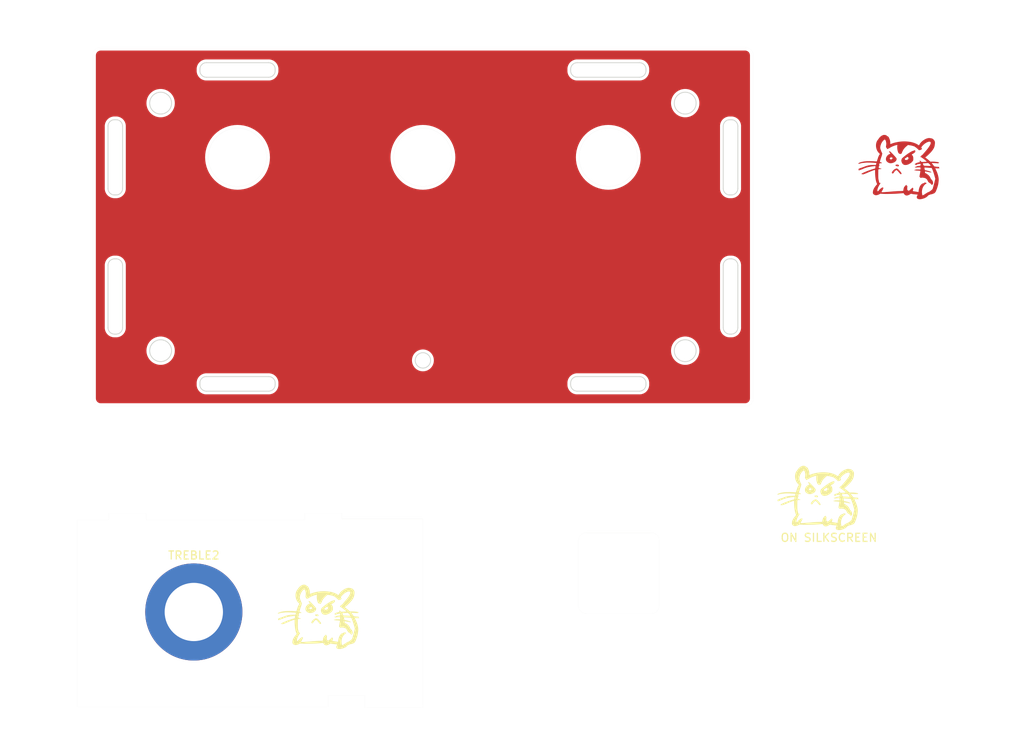
<source format=kicad_pcb>
(kicad_pcb (version 20240108) (generator "pcbnew") (generator_version "8.0")
  (layers (0 "F.Cu" signal) (31 "B.Cu" signal) (34 "B.Paste" user) (35 "F.Paste" user) (36 "B.SilkS" user "B.Silkscreen") (37 "F.SilkS" user "F.Silkscreen") (38 "B.Mask" user) (39 "F.Mask" user) (44 "Edge.Cuts" user))
  (net 0 "")
  (footprint "LOGO" (layer "F.Cu") (at 202.311215 77.869726)
    (property "Reference" "G***" (hide yes))
    (property "Value" "LOGO" (hide yes))
  )
  (footprint "LOGO" (layer "F.Cu") (at 192.311215 118.769726)
    (property "Reference" "G***" (hide yes))
    (property "Value" "LOGO" (hide yes))
  )
  (footprint "LOGO" (layer "F.Cu") (at 203.011215 96.569726)
    (property "Reference" "G***" (hide yes))
    (property "Value" "LOGO" (hide yes))
  )
  (footprint "PCM_kikit:Board" (layer "F.Cu") (at 166.1 128)
    (property "Reference" "RIGHT")
    (property "Value" "Board")
  )
  (footprint "LOGO" (layer "F.Cu") (at 209.611215 112.369726)
    (property "Reference" "G***" (hide yes))
    (property "Value" "LOGO" (hide yes))
  )
  (footprint "LOGO" (layer "F.Cu") (at 130.611215 133.469726)
    (property "Reference" "G***" (hide yes))
    (property "Value" "LOGO" (hide yes))
  )
  (footprint "PCM_kikit:Board" (layer "F.Cu") (at 103.1 126.4)
    (property "Reference" "LEFT")
    (property "Value" "Board")
  )
  (footprint "MountingHole:MountingHole_6mm_Pad" (layer "F.Cu") (at 117.5 137.8)
    (property "Reference" "TREBLE2")
    (property "Value" "MountingHole_6mm_Pad" (hide yes))
  )
  (footprint "PCM_kikit:Board" (layer "F.Cu") (at 106.5 68)
    (property "Reference" "TOP")
    (property "Value" "Board")
  )
  (gr_line (start 119.05 108.7) (end 126.75 108.7) (stroke (width 0.1)) (layer "Edge.Cuts"))
  (gr_line (start 185.6 68) (end 106 68) (stroke (width 0.005)) (layer "Edge.Cuts"))
  (gr_line (start 183.7 76.95) (end 183.9 76.95) (stroke (width 0.1)) (layer "Edge.Cuts"))
  (gr_line (start 107.7 76.95) (end 107.9 76.95) (stroke (width 0.1)) (layer "Edge.Cuts"))
  (gr_line (start 119.05 69.9) (end 126.75 69.9) (stroke (width 0.1)) (layer "Edge.Cuts"))
  (gr_arc (start 184.7 102.65) (mid 184.465685 103.215685) (end 183.9 103.45) (stroke (width 0.1)) (layer "Edge.Cuts"))
  (gr_arc (start 183.7 86.25) (mid 183.134315 86.015685) (end 182.9 85.45) (stroke (width 0.1)) (layer "Edge.Cuts"))
  (gr_arc (start 106 112.4) (mid 105.292893 112.107107) (end 105 111.4) (stroke (width 0.005)) (layer "Edge.Cuts"))
  (gr_line (start 164.85 108.7) (end 172.55 108.7) (stroke (width 0.1)) (layer "Edge.Cuts"))
  (gr_arc (start 106.9 94.95) (mid 107.134315 94.384315) (end 107.7 94.15) (stroke (width 0.1)) (layer "Edge.Cuts"))
  (gr_line (start 173.35 70.7) (end 173.35 70.9) (stroke (width 0.1)) (layer "Edge.Cuts"))
  (gr_line (start 183.9 103.45) (end 183.7 103.45) (stroke (width 0.1)) (layer "Edge.Cuts"))
  (gr_line (start 118.25 70.9) (end 118.25 70.7) (stroke (width 0.1)) (layer "Edge.Cuts"))
  (gr_line (start 111.6 125.6) (end 111.6 126.4) (stroke (width 0.005)) (layer "Edge.Cuts"))
  (gr_line (start 166 128) (end 174 128) (stroke (width 0.005)) (layer "Edge.Cuts"))
  (gr_arc (start 107.9 94.15) (mid 108.465685 94.384315) (end 108.7 94.95) (stroke (width 0.1)) (layer "Edge.Cuts"))
  (gr_arc (start 172.55 69.9) (mid 173.115685 70.134315) (end 173.35 70.7) (stroke (width 0.1)) (layer "Edge.Cuts"))
  (gr_line (start 106.9 85.45) (end 106.9 77.75) (stroke (width 0.1)) (layer "Edge.Cuts"))
  (gr_line (start 127.55 70.7) (end 127.55 70.9) (stroke (width 0.1)) (layer "Edge.Cuts"))
  (gr_arc (start 173.35 70.9) (mid 173.115685 71.465685) (end 172.55 71.7) (stroke (width 0.1)) (layer "Edge.Cuts"))
  (gr_line (start 182.9 85.45) (end 182.9 77.75) (stroke (width 0.1)) (layer "Edge.Cuts"))
  (gr_arc (start 107.7 86.25) (mid 107.134315 86.015685) (end 106.9 85.45) (stroke (width 0.1)) (layer "Edge.Cuts"))
  (gr_line (start 126.75 110.5) (end 119.05 110.5) (stroke (width 0.1)) (layer "Edge.Cuts"))
  (gr_arc (start 126.75 108.7) (mid 127.315685 108.934315) (end 127.55 109.5) (stroke (width 0.1)) (layer "Edge.Cuts"))
  (gr_arc (start 174 128) (mid 174.707107 128.292893) (end 175 129) (stroke (width 0.005)) (layer "Edge.Cuts"))
  (gr_line (start 186.6 111.4) (end 186.6 69) (stroke (width 0.005)) (layer "Edge.Cuts"))
  (gr_arc (start 108.7 102.65) (mid 108.465685 103.215685) (end 107.9 103.45) (stroke (width 0.1)) (layer "Edge.Cuts"))
  (gr_arc (start 182.9 77.75) (mid 183.134315 77.184315) (end 183.7 76.95) (stroke (width 0.1)) (layer "Edge.Cuts"))
  (gr_arc (start 118.25 109.5) (mid 118.484315 108.934315) (end 119.05 108.7) (stroke (width 0.1)) (layer "Edge.Cuts"))
  (gr_arc (start 183.9 76.95) (mid 184.465685 77.184315) (end 184.7 77.75) (stroke (width 0.1)) (layer "Edge.Cuts"))
  (gr_circle (center 178.2 74.9) (end 179.55 74.9) (stroke (width 0.1)) (fill none) (layer "Edge.Cuts"))
  (gr_line (start 145.8 126.3) (end 145.8 149.6) (stroke (width 0.005)) (layer "Edge.Cuts"))
  (gr_line (start 127.55 109.5) (end 127.55 109.7) (stroke (width 0.1)) (layer "Edge.Cuts"))
  (gr_arc (start 173.35 109.7) (mid 173.115685 110.265685) (end 172.55 110.5) (stroke (width 0.1)) (layer "Edge.Cuts"))
  (gr_line (start 173.35 109.5) (end 173.35 109.7) (stroke (width 0.1)) (layer "Edge.Cuts"))
  (gr_line (start 184.7 94.95) (end 184.7 102.65) (stroke (width 0.1)) (layer "Edge.Cuts"))
  (gr_circle (center 145.8 106.7) (end 146.75 106.7) (stroke (width 0.1)) (fill none) (layer "Edge.Cuts"))
  (gr_line (start 111.6 126.4) (end 131.2 126.4) (stroke (width 0.005)) (layer "Edge.Cuts"))
  (gr_line (start 107.9 103.45) (end 107.7 103.45) (stroke (width 0.1)) (layer "Edge.Cuts"))
  (gr_circle (center 178.2 105.5) (end 179.55 105.5) (stroke (width 0.1)) (fill none) (layer "Edge.Cuts"))
  (gr_arc (start 164.05 70.7) (mid 164.284315 70.134315) (end 164.85 69.9) (stroke (width 0.1)) (layer "Edge.Cuts"))
  (gr_arc (start 126.75 69.9) (mid 127.315685 70.134315) (end 127.55 70.7) (stroke (width 0.1)) (layer "Edge.Cuts"))
  (gr_line (start 107 125.6) (end 111.6 125.6) (stroke (width 0.005)) (layer "Edge.Cuts"))
  (gr_arc (start 164.85 110.5) (mid 164.284315 110.265685) (end 164.05 109.7) (stroke (width 0.1)) (layer "Edge.Cuts"))
  (gr_arc (start 107.9 76.95) (mid 108.465685 77.184315) (end 108.7 77.75) (stroke (width 0.1)) (layer "Edge.Cuts"))
  (gr_line (start 135.8 126.3) (end 145.8 126.3) (stroke (width 0.005)) (layer "Edge.Cuts"))
  (gr_line (start 135.8 125.6) (end 135.8 126.3) (stroke (width 0.005)) (layer "Edge.Cuts"))
  (gr_circle (center 113.4 105.5) (end 114.75 105.5) (stroke (width 0.1)) (fill none) (layer "Edge.Cuts"))
  (gr_arc (start 164.05 109.5) (mid 164.284315 108.934315) (end 164.85 108.7) (stroke (width 0.1)) (layer "Edge.Cuts"))
  (gr_line (start 103.1 126.4) (end 107 126.4) (stroke (width 0.005)) (layer "Edge.Cuts"))
  (gr_arc (start 105 69) (mid 105.292893 68.292893) (end 106 68) (stroke (width 0.005)) (layer "Edge.Cuts"))
  (gr_arc (start 186.6 111.4) (mid 186.307107 112.107107) (end 185.6 112.4) (stroke (width 0.005)) (layer "Edge.Cuts"))
  (gr_line (start 138.6 148.1) (end 134.1 148.1) (stroke (width 0.005)) (layer "Edge.Cuts"))
  (gr_line (start 131.2 125.6) (end 135.8 125.6) (stroke (width 0.005)) (layer "Edge.Cuts"))
  (gr_line (start 172.55 110.5) (end 164.85 110.5) (stroke (width 0.1)) (layer "Edge.Cuts"))
  (gr_line (start 107.9 86.25) (end 107.7 86.25) (stroke (width 0.1)) (layer "Edge.Cuts"))
  (gr_arc (start 164.85 71.7) (mid 164.284315 71.465685) (end 164.05 70.9) (stroke (width 0.1)) (layer "Edge.Cuts"))
  (gr_line (start 138.6 149.6) (end 138.6 148.1) (stroke (width 0.005)) (layer "Edge.Cuts"))
  (gr_arc (start 107.7 103.45) (mid 107.134315 103.215685) (end 106.9 102.65) (stroke (width 0.1)) (layer "Edge.Cuts"))
  (gr_line (start 164.85 69.9) (end 172.55 69.9) (stroke (width 0.1)) (layer "Edge.Cuts"))
  (gr_line (start 134.1 149.5) (end 103.1 149.5) (stroke (width 0.005)) (layer "Edge.Cuts"))
  (gr_line (start 103.1 126.4) (end 103.1 149.5) (stroke (width 0.005)) (layer "Edge.Cuts"))
  (gr_line (start 108.7 94.95) (end 108.7 102.65) (stroke (width 0.1)) (layer "Edge.Cuts"))
  (gr_line (start 131.2 126.4) (end 131.2 125.6) (stroke (width 0.005)) (layer "Edge.Cuts"))
  (gr_arc (start 119.05 71.7) (mid 118.484315 71.465685) (end 118.25 70.9) (stroke (width 0.1)) (layer "Edge.Cuts"))
  (gr_arc (start 108.7 85.45) (mid 108.465685 86.015685) (end 107.9 86.25) (stroke (width 0.1)) (layer "Edge.Cuts"))
  (gr_line (start 134.1 148.1) (end 134.1 149.5) (stroke (width 0.005)) (layer "Edge.Cuts"))
  (gr_line (start 183.9 86.25) (end 183.7 86.25) (stroke (width 0.1)) (layer "Edge.Cuts"))
  (gr_line (start 184.7 77.75) (end 184.7 85.45) (stroke (width 0.1)) (layer "Edge.Cuts"))
  (gr_arc (start 118.25 70.7) (mid 118.484315 70.134315) (end 119.05 69.9) (stroke (width 0.1)) (layer "Edge.Cuts"))
  (gr_line (start 182.9 102.65) (end 182.9 94.95) (stroke (width 0.1)) (layer "Edge.Cuts"))
  (gr_line (start 108.7 77.75) (end 108.7 85.45) (stroke (width 0.1)) (layer "Edge.Cuts"))
  (gr_arc (start 183.7 103.45) (mid 183.134315 103.215685) (end 182.9 102.65) (stroke (width 0.1)) (layer "Edge.Cuts"))
  (gr_arc (start 166 138) (mid 165.292893 137.707107) (end 165 137) (stroke (width 0.005)) (layer "Edge.Cuts"))
  (gr_line (start 107 126.4) (end 107 125.6) (stroke (width 0.005)) (layer "Edge.Cuts"))
  (gr_arc (start 106.9 77.75) (mid 107.134315 77.184315) (end 107.7 76.95) (stroke (width 0.1)) (layer "Edge.Cuts"))
  (gr_line (start 164.05 109.7) (end 164.05 109.5) (stroke (width 0.1)) (layer "Edge.Cuts"))
  (gr_line (start 172.55 71.7) (end 164.85 71.7) (stroke (width 0.1)) (layer "Edge.Cuts"))
  (gr_arc (start 185.6 68) (mid 186.307107 68.292893) (end 186.6 69) (stroke (width 0.005)) (layer "Edge.Cuts"))
  (gr_line (start 105 69) (end 105 111.4) (stroke (width 0.005)) (layer "Edge.Cuts"))
  (gr_line (start 126.75 71.7) (end 119.05 71.7) (stroke (width 0.1)) (layer "Edge.Cuts"))
  (gr_arc (start 182.9 94.95) (mid 183.134315 94.384315) (end 183.7 94.15) (stroke (width 0.1)) (layer "Edge.Cuts"))
  (gr_line (start 118.25 109.7) (end 118.25 109.5) (stroke (width 0.1)) (layer "Edge.Cuts"))
  (gr_arc (start 127.55 70.9) (mid 127.315685 71.465685) (end 126.75 71.7) (stroke (width 0.1)) (layer "Edge.Cuts"))
  (gr_line (start 175 129) (end 175 137) (stroke (width 0.005)) (layer "Edge.Cuts"))
  (gr_arc (start 183.9 94.15) (mid 184.465685 94.384315) (end 184.7 94.95) (stroke (width 0.1)) (layer "Edge.Cuts"))
  (gr_line (start 106.9 102.65) (end 106.9 94.95) (stroke (width 0.1)) (layer "Edge.Cuts"))
  (gr_line (start 174 138) (end 166 138) (stroke (width 0.005)) (layer "Edge.Cuts"))
  (gr_circle (center 145.8 81.6) (end 149.4 81.6) (stroke (width 0.01)) (fill none) (layer "Edge.Cuts"))
  (gr_line (start 145.8 149.6) (end 138.6 149.6) (stroke (width 0.005)) (layer "Edge.Cuts"))
  (gr_arc (start 184.7 85.45) (mid 184.465685 86.015685) (end 183.9 86.25) (stroke (width 0.1)) (layer "Edge.Cuts"))
  (gr_circle (center 168.7 81.6) (end 172.3 81.6) (stroke (width 0.01)) (fill none) (layer "Edge.Cuts"))
  (gr_line (start 164.05 70.9) (end 164.05 70.7) (stroke (width 0.1)) (layer "Edge.Cuts"))
  (gr_arc (start 165 129) (mid 165.292893 128.292893) (end 166 128) (stroke (width 0.005)) (layer "Edge.Cuts"))
  (gr_line (start 106 112.4) (end 185.6 112.4) (stroke (width 0.005)) (layer "Edge.Cuts"))
  (gr_arc (start 119.05 110.5) (mid 118.484315 110.265685) (end 118.25 109.7) (stroke (width 0.1)) (layer "Edge.Cuts"))
  (gr_line (start 165 137) (end 165 129) (stroke (width 0.005)) (layer "Edge.Cuts"))
  (gr_arc (start 175 137) (mid 174.707107 137.707107) (end 174 138) (stroke (width 0.005)) (layer "Edge.Cuts"))
  (gr_arc (start 127.55 109.7) (mid 127.315685 110.265685) (end 126.75 110.5) (stroke (width 0.1)) (layer "Edge.Cuts"))
  (gr_line (start 183.7 94.15) (end 183.9 94.15) (stroke (width 0.1)) (layer "Edge.Cuts"))
  (gr_circle (center 113.4 74.9) (end 114.75 74.9) (stroke (width 0.1)) (fill none) (layer "Edge.Cuts"))
  (gr_line (start 107.7 94.15) (end 107.9 94.15) (stroke (width 0.1)) (layer "Edge.Cuts"))
  (gr_arc (start 172.55 108.7) (mid 173.115685 108.934315) (end 173.35 109.5) (stroke (width 0.1)) (layer "Edge.Cuts"))
  (gr_circle (center 122.9 81.6) (end 126.5 81.6) (stroke (width 0.01)) (fill none) (layer "Edge.Cuts"))
  (gr_text "ON SILKSCREEN" (at 189.9 129.2 0) (layer "F.SilkS") (effects (font (size 1 1)) (justify left bottom)))
  (zone (net 0) (net_name "") (layer "F.Cu") (connect_pads (clearance 0.2)) (min_thickness 0.25) (fill yes (thermal_gap 0.5) (thermal_bridge_width 0.5) (island_removal_mode 1) (island_area_min 10))
    (polygon (pts (xy 105 68) (xy 186.6 68) (xy 186.6 112.4) (xy 105 112.4)))
  )
)
</source>
